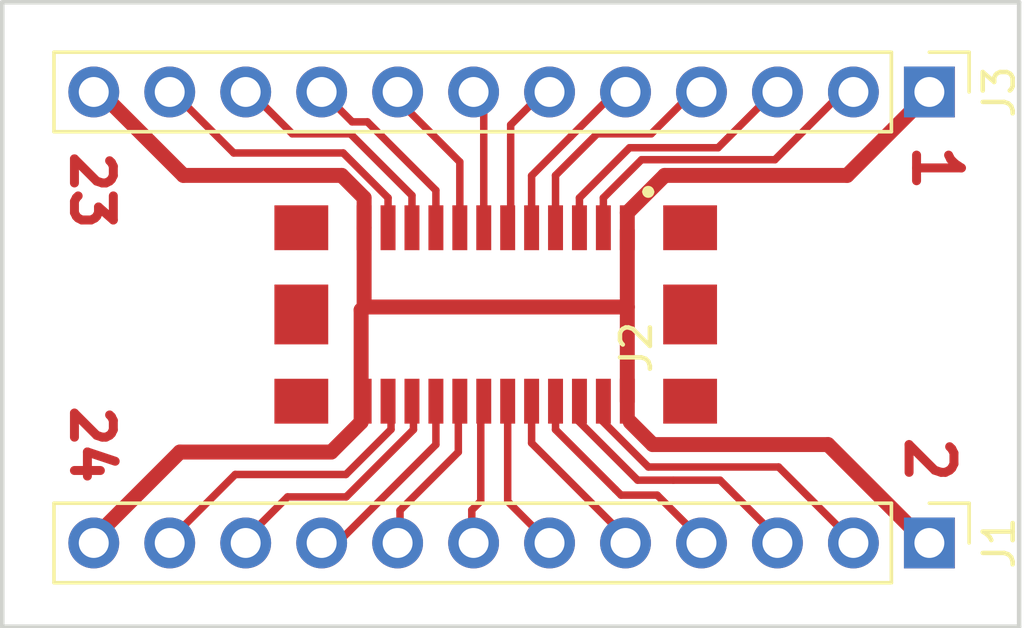
<source format=kicad_pcb>
(kicad_pcb (version 20171130) (host pcbnew 5.1.2+dfsg1-1)

  (general
    (thickness 1.6)
    (drawings 8)
    (tracks 96)
    (zones 0)
    (modules 3)
    (nets 22)
  )

  (page A4)
  (layers
    (0 F.Cu signal)
    (31 B.Cu signal)
    (32 B.Adhes user)
    (33 F.Adhes user)
    (34 B.Paste user)
    (35 F.Paste user)
    (36 B.SilkS user)
    (37 F.SilkS user)
    (38 B.Mask user)
    (39 F.Mask user)
    (40 Dwgs.User user)
    (41 Cmts.User user)
    (42 Eco1.User user)
    (43 Eco2.User user)
    (44 Edge.Cuts user)
    (45 Margin user)
    (46 B.CrtYd user)
    (47 F.CrtYd user)
    (48 B.Fab user)
    (49 F.Fab user)
  )

  (setup
    (last_trace_width 0.25)
    (user_trace_width 0.25)
    (user_trace_width 0.5)
    (trace_clearance 0.15)
    (zone_clearance 0.254)
    (zone_45_only no)
    (trace_min 0.2)
    (via_size 0.7)
    (via_drill 0.4)
    (via_min_size 0.4)
    (via_min_drill 0.3)
    (uvia_size 0.3)
    (uvia_drill 0.1)
    (uvias_allowed no)
    (uvia_min_size 0.2)
    (uvia_min_drill 0.1)
    (edge_width 0.15)
    (segment_width 0.2)
    (pcb_text_width 0.3)
    (pcb_text_size 1.5 1.5)
    (mod_edge_width 0.15)
    (mod_text_size 1 1)
    (mod_text_width 0.15)
    (pad_size 1.7 1.7)
    (pad_drill 1)
    (pad_to_mask_clearance 0.051)
    (solder_mask_min_width 0.25)
    (aux_axis_origin 0 0)
    (visible_elements FFFFFF7F)
    (pcbplotparams
      (layerselection 0x010a8_7fffffff)
      (usegerberextensions false)
      (usegerberattributes false)
      (usegerberadvancedattributes false)
      (creategerberjobfile false)
      (excludeedgelayer true)
      (linewidth 0.100000)
      (plotframeref false)
      (viasonmask false)
      (mode 1)
      (useauxorigin false)
      (hpglpennumber 1)
      (hpglpenspeed 20)
      (hpglpendiameter 15.000000)
      (psnegative false)
      (psa4output false)
      (plotreference true)
      (plotvalue true)
      (plotinvisibletext false)
      (padsonsilk false)
      (subtractmaskfromsilk false)
      (outputformat 1)
      (mirror false)
      (drillshape 0)
      (scaleselection 1)
      (outputdirectory "Gerber/"))
  )

  (net 0 "")
  (net 1 "Net-(J1-Pad4)")
  (net 2 "Net-(J1-Pad3)")
  (net 3 "Net-(J1-Pad2)")
  (net 4 "Net-(J1-Pad7)")
  (net 5 "Net-(J1-Pad10)")
  (net 6 "Net-(J1-Pad11)")
  (net 7 "Net-(J1-Pad9)")
  (net 8 "Net-(J2-Pad3)")
  (net 9 "Net-(J2-Pad5)")
  (net 10 "Net-(J2-Pad7)")
  (net 11 "Net-(J2-Pad9)")
  (net 12 "Net-(J2-Pad11)")
  (net 13 "Net-(J2-Pad13)")
  (net 14 "Net-(J2-Pad15)")
  (net 15 "Net-(J2-Pad17)")
  (net 16 "Net-(J2-Pad19)")
  (net 17 "Net-(J2-Pad21)")
  (net 18 "Net-(J1-Pad5)")
  (net 19 "Net-(J1-Pad6)")
  (net 20 "Net-(J1-Pad8)")
  (net 21 GND)

  (net_class Default "This is the default net class."
    (clearance 0.15)
    (trace_width 0.25)
    (via_dia 0.7)
    (via_drill 0.4)
    (uvia_dia 0.3)
    (uvia_drill 0.1)
    (add_net GND)
    (add_net "Net-(J1-Pad10)")
    (add_net "Net-(J1-Pad11)")
    (add_net "Net-(J1-Pad2)")
    (add_net "Net-(J1-Pad3)")
    (add_net "Net-(J1-Pad4)")
    (add_net "Net-(J1-Pad5)")
    (add_net "Net-(J1-Pad6)")
    (add_net "Net-(J1-Pad7)")
    (add_net "Net-(J1-Pad8)")
    (add_net "Net-(J1-Pad9)")
    (add_net "Net-(J2-Pad11)")
    (add_net "Net-(J2-Pad13)")
    (add_net "Net-(J2-Pad15)")
    (add_net "Net-(J2-Pad17)")
    (add_net "Net-(J2-Pad19)")
    (add_net "Net-(J2-Pad21)")
    (add_net "Net-(J2-Pad3)")
    (add_net "Net-(J2-Pad5)")
    (add_net "Net-(J2-Pad7)")
    (add_net "Net-(J2-Pad9)")
  )

  (net_class Power ""
    (clearance 0.15)
    (trace_width 0.5)
    (via_dia 0.8)
    (via_drill 0.4)
    (uvia_dia 0.3)
    (uvia_drill 0.1)
  )

  (module localstuff:TE-1775014-2 (layer F.Cu) (tedit 5CEEDE0A) (tstamp 5CEF5553)
    (at 16.5 7.9 180)
    (descr "Socket TE 0.8mm 24pin")
    (tags Connector)
    (path /5CC3E238)
    (fp_text reference J2 (at -4.7 -1.1 270) (layer F.SilkS)
      (effects (font (size 1 1) (thickness 0.15)))
    )
    (fp_text value Moat_Bus_wire (at -9.5 0) (layer F.Fab)
      (effects (font (size 1 1) (thickness 0.15)))
    )
    (fp_line (start 7.5 -3.8) (end -7.5 -3.8) (layer F.CrtYd) (width 0.1))
    (fp_line (start 7.5 3.8) (end 7.5 -3.8) (layer F.CrtYd) (width 0.1))
    (fp_line (start -7.5 3.8) (end 7.5 3.8) (layer F.CrtYd) (width 0.1))
    (fp_line (start -7.5 -3.8) (end -7.5 3.8) (layer F.CrtYd) (width 0.1))
    (fp_text user %R (at 0 0) (layer F.Fab)
      (effects (font (size 1 1) (thickness 0.15)))
    )
    (fp_line (start -6.9 -3.15) (end 6.9 -3.15) (layer F.Fab) (width 0.2))
    (fp_line (start 6.9 -3.15) (end 6.9 3.15) (layer F.Fab) (width 0.2))
    (fp_line (start 6.9 3.15) (end -6.9 3.15) (layer F.Fab) (width 0.2))
    (fp_line (start -6.9 3.15) (end -6.9 -3.15) (layer F.Fab) (width 0.2))
    (fp_line (start -5.2 4.1) (end -5.2 4.1) (layer F.SilkS) (width 0.2))
    (fp_line (start -5 4.1) (end -5 4.1) (layer F.SilkS) (width 0.2))
    (fp_arc (start -5.1 4.1) (end -5.2 4.1) (angle -180) (layer F.SilkS) (width 0.2))
    (fp_arc (start -5.1 4.1) (end -5 4.1) (angle -180) (layer F.SilkS) (width 0.2))
    (fp_text user KEEPOUT (at -2.2 0.585 90) (layer Cmts.User)
      (effects (font (size 0.1 0.1) (thickness 0.015)))
    )
    (pad 1 smd rect (at -4.4 2.9 180) (size 0.5 1.5) (layers F.Cu F.Paste)
      (net 21 GND))
    (pad 2 smd rect (at -4.4 -2.9 180) (size 0.5 1.5) (layers F.Cu F.Paste)
      (net 21 GND))
    (pad 3 smd rect (at -3.6 2.9 180) (size 0.5 1.5) (layers F.Cu F.Paste)
      (net 8 "Net-(J2-Pad3)"))
    (pad 4 smd rect (at -3.6 -2.9 180) (size 0.5 1.5) (layers F.Cu F.Paste)
      (net 3 "Net-(J1-Pad2)"))
    (pad 5 smd rect (at -2.8 2.9 180) (size 0.5 1.5) (layers F.Cu F.Paste)
      (net 9 "Net-(J2-Pad5)"))
    (pad 6 smd rect (at -2.8 -2.9 180) (size 0.5 1.5) (layers F.Cu F.Paste)
      (net 2 "Net-(J1-Pad3)"))
    (pad 7 smd rect (at -2 2.9 180) (size 0.5 1.5) (layers F.Cu F.Paste)
      (net 10 "Net-(J2-Pad7)"))
    (pad 8 smd rect (at -2 -2.9 180) (size 0.5 1.5) (layers F.Cu F.Paste)
      (net 1 "Net-(J1-Pad4)"))
    (pad 9 smd rect (at -1.2 2.9 180) (size 0.5 1.5) (layers F.Cu F.Paste)
      (net 11 "Net-(J2-Pad9)"))
    (pad 10 smd rect (at -1.2 -2.9 180) (size 0.5 1.5) (layers F.Cu F.Paste)
      (net 18 "Net-(J1-Pad5)"))
    (pad 11 smd rect (at -0.4 2.9 180) (size 0.5 1.5) (layers F.Cu F.Paste)
      (net 12 "Net-(J2-Pad11)"))
    (pad 12 smd rect (at -0.4 -2.9 180) (size 0.5 1.5) (layers F.Cu F.Paste)
      (net 19 "Net-(J1-Pad6)"))
    (pad 13 smd rect (at 0.4 2.9 180) (size 0.5 1.5) (layers F.Cu F.Paste)
      (net 13 "Net-(J2-Pad13)"))
    (pad 14 smd rect (at 0.4 -2.9 180) (size 0.5 1.5) (layers F.Cu F.Paste)
      (net 4 "Net-(J1-Pad7)"))
    (pad 15 smd rect (at 1.2 2.9 180) (size 0.5 1.5) (layers F.Cu F.Paste)
      (net 14 "Net-(J2-Pad15)"))
    (pad 16 smd rect (at 1.2 -2.9 180) (size 0.5 1.5) (layers F.Cu F.Paste)
      (net 20 "Net-(J1-Pad8)"))
    (pad 17 smd rect (at 2 2.9 180) (size 0.5 1.5) (layers F.Cu F.Paste)
      (net 15 "Net-(J2-Pad17)"))
    (pad 18 smd rect (at 2 -2.9 180) (size 0.5 1.5) (layers F.Cu F.Paste)
      (net 7 "Net-(J1-Pad9)"))
    (pad 19 smd rect (at 2.8 2.9 180) (size 0.5 1.5) (layers F.Cu F.Paste)
      (net 16 "Net-(J2-Pad19)"))
    (pad 20 smd rect (at 2.8 -2.9 180) (size 0.5 1.5) (layers F.Cu F.Paste)
      (net 5 "Net-(J1-Pad10)"))
    (pad 21 smd rect (at 3.6 2.9 180) (size 0.5 1.5) (layers F.Cu F.Paste)
      (net 17 "Net-(J2-Pad21)"))
    (pad 22 smd rect (at 3.6 -2.9 180) (size 0.5 1.5) (layers F.Cu F.Paste)
      (net 6 "Net-(J1-Pad11)"))
    (pad 23 smd rect (at 4.4 2.9 180) (size 0.5 1.5) (layers F.Cu F.Paste)
      (net 21 GND))
    (pad 24 smd rect (at 4.4 -2.9 180) (size 0.5 1.5) (layers F.Cu F.Paste)
      (net 21 GND))
    (pad MNT smd rect (at -6.5 2.9 270) (size 1.5 1.8) (layers F.Cu F.Paste))
    (pad MNT smd rect (at -6.5 -2.9 270) (size 1.5 1.8) (layers F.Cu F.Paste))
    (pad MNT smd rect (at 6.5 2.9 270) (size 1.5 1.8) (layers F.Cu F.Paste))
    (pad MNT smd rect (at 6.5 -2.9 270) (size 1.5 1.8) (layers F.Cu F.Paste))
    (pad MNT smd rect (at -6.5 0 180) (size 1.8 2) (layers F.Cu F.Paste))
    (pad MNT smd rect (at 6.5 0 180) (size 1.8 2) (layers F.Cu F.Paste))
    (pad 31 np_thru_hole circle (at -6.4 1.7 180) (size 0.85 0) (drill 0.85) (layers *.Cu *.Mask))
    (pad 32 np_thru_hole circle (at 6.4 1.7 180) (size 0.85 0) (drill 0.85) (layers *.Cu *.Mask))
    (model 1775014-2.stp
      (at (xyz 0 0 0))
      (scale (xyz 1 1 1))
      (rotate (xyz 0 0 0))
    )
  )

  (module Connector_PinHeader_2.54mm:PinHeader_1x12_P2.54mm_Vertical (layer F.Cu) (tedit 59FED5CC) (tstamp 5CEF594C)
    (at 31 0.46 270)
    (descr "Through hole straight pin header, 1x12, 2.54mm pitch, single row")
    (tags "Through hole pin header THT 1x12 2.54mm single row")
    (path /5CE8028E)
    (fp_text reference J3 (at 0 -2.33 90) (layer F.SilkS)
      (effects (font (size 1 1) (thickness 0.15)))
    )
    (fp_text value Conn_01x12 (at 0 30.27 90) (layer F.Fab) hide
      (effects (font (size 1 1) (thickness 0.15)))
    )
    (fp_text user %R (at 0 13.97) (layer F.Fab)
      (effects (font (size 1 1) (thickness 0.15)))
    )
    (fp_line (start 1.8 -1.8) (end -1.8 -1.8) (layer F.CrtYd) (width 0.05))
    (fp_line (start 1.8 29.75) (end 1.8 -1.8) (layer F.CrtYd) (width 0.05))
    (fp_line (start -1.8 29.75) (end 1.8 29.75) (layer F.CrtYd) (width 0.05))
    (fp_line (start -1.8 -1.8) (end -1.8 29.75) (layer F.CrtYd) (width 0.05))
    (fp_line (start -1.33 -1.33) (end 0 -1.33) (layer F.SilkS) (width 0.12))
    (fp_line (start -1.33 0) (end -1.33 -1.33) (layer F.SilkS) (width 0.12))
    (fp_line (start -1.33 1.27) (end 1.33 1.27) (layer F.SilkS) (width 0.12))
    (fp_line (start 1.33 1.27) (end 1.33 29.27) (layer F.SilkS) (width 0.12))
    (fp_line (start -1.33 1.27) (end -1.33 29.27) (layer F.SilkS) (width 0.12))
    (fp_line (start -1.33 29.27) (end 1.33 29.27) (layer F.SilkS) (width 0.12))
    (fp_line (start -1.27 -0.635) (end -0.635 -1.27) (layer F.Fab) (width 0.1))
    (fp_line (start -1.27 29.21) (end -1.27 -0.635) (layer F.Fab) (width 0.1))
    (fp_line (start 1.27 29.21) (end -1.27 29.21) (layer F.Fab) (width 0.1))
    (fp_line (start 1.27 -1.27) (end 1.27 29.21) (layer F.Fab) (width 0.1))
    (fp_line (start -0.635 -1.27) (end 1.27 -1.27) (layer F.Fab) (width 0.1))
    (pad 12 thru_hole oval (at 0 27.94 270) (size 1.7 1.7) (drill 1) (layers *.Cu *.Mask)
      (net 21 GND))
    (pad 11 thru_hole oval (at 0 25.4 270) (size 1.7 1.7) (drill 1) (layers *.Cu *.Mask)
      (net 17 "Net-(J2-Pad21)"))
    (pad 10 thru_hole oval (at 0 22.86 270) (size 1.7 1.7) (drill 1) (layers *.Cu *.Mask)
      (net 16 "Net-(J2-Pad19)"))
    (pad 9 thru_hole oval (at 0 20.32 270) (size 1.7 1.7) (drill 1) (layers *.Cu *.Mask)
      (net 15 "Net-(J2-Pad17)"))
    (pad 8 thru_hole oval (at 0 17.78 270) (size 1.7 1.7) (drill 1) (layers *.Cu *.Mask)
      (net 14 "Net-(J2-Pad15)"))
    (pad 7 thru_hole oval (at 0 15.24 270) (size 1.7 1.7) (drill 1) (layers *.Cu *.Mask)
      (net 13 "Net-(J2-Pad13)"))
    (pad 6 thru_hole oval (at 0 12.7 270) (size 1.7 1.7) (drill 1) (layers *.Cu *.Mask)
      (net 12 "Net-(J2-Pad11)"))
    (pad 5 thru_hole oval (at 0 10.16 270) (size 1.7 1.7) (drill 1) (layers *.Cu *.Mask)
      (net 11 "Net-(J2-Pad9)"))
    (pad 4 thru_hole oval (at 0 7.62 270) (size 1.7 1.7) (drill 1) (layers *.Cu *.Mask)
      (net 10 "Net-(J2-Pad7)"))
    (pad 3 thru_hole oval (at 0 5.08 270) (size 1.7 1.7) (drill 1) (layers *.Cu *.Mask)
      (net 9 "Net-(J2-Pad5)"))
    (pad 2 thru_hole oval (at 0 2.54 270) (size 1.7 1.7) (drill 1) (layers *.Cu *.Mask)
      (net 8 "Net-(J2-Pad3)"))
    (pad 1 thru_hole rect (at 0 0 270) (size 1.7 1.7) (drill 1) (layers *.Cu *.Mask)
      (net 21 GND))
    (model ${KISYS3DMOD}/Connector_PinHeader_2.54mm.3dshapes/PinHeader_1x12_P2.54mm_Vertical.wrl
      (at (xyz 0 0 0))
      (scale (xyz 1 1 1))
      (rotate (xyz 0 0 0))
    )
  )

  (module Connector_PinHeader_2.54mm:PinHeader_1x12_P2.54mm_Vertical (layer F.Cu) (tedit 59FED5CC) (tstamp 5CEF5AE1)
    (at 31 15.54 270)
    (descr "Through hole straight pin header, 1x12, 2.54mm pitch, single row")
    (tags "Through hole pin header THT 1x12 2.54mm single row")
    (path /5CE7EFE1)
    (fp_text reference J1 (at 0 -2.33 90) (layer F.SilkS)
      (effects (font (size 1 1) (thickness 0.15)))
    )
    (fp_text value Conn_01x12 (at -1.94 28.7 90) (layer F.Fab) hide
      (effects (font (size 1 1) (thickness 0.15)))
    )
    (fp_text user %R (at 0 13.97) (layer F.Fab)
      (effects (font (size 1 1) (thickness 0.15)))
    )
    (fp_line (start 1.8 -1.8) (end -1.8 -1.8) (layer F.CrtYd) (width 0.05))
    (fp_line (start 1.8 29.75) (end 1.8 -1.8) (layer F.CrtYd) (width 0.05))
    (fp_line (start -1.8 29.75) (end 1.8 29.75) (layer F.CrtYd) (width 0.05))
    (fp_line (start -1.8 -1.8) (end -1.8 29.75) (layer F.CrtYd) (width 0.05))
    (fp_line (start -1.33 -1.33) (end 0 -1.33) (layer F.SilkS) (width 0.12))
    (fp_line (start -1.33 0) (end -1.33 -1.33) (layer F.SilkS) (width 0.12))
    (fp_line (start -1.33 1.27) (end 1.33 1.27) (layer F.SilkS) (width 0.12))
    (fp_line (start 1.33 1.27) (end 1.33 29.27) (layer F.SilkS) (width 0.12))
    (fp_line (start -1.33 1.27) (end -1.33 29.27) (layer F.SilkS) (width 0.12))
    (fp_line (start -1.33 29.27) (end 1.33 29.27) (layer F.SilkS) (width 0.12))
    (fp_line (start -1.27 -0.635) (end -0.635 -1.27) (layer F.Fab) (width 0.1))
    (fp_line (start -1.27 29.21) (end -1.27 -0.635) (layer F.Fab) (width 0.1))
    (fp_line (start 1.27 29.21) (end -1.27 29.21) (layer F.Fab) (width 0.1))
    (fp_line (start 1.27 -1.27) (end 1.27 29.21) (layer F.Fab) (width 0.1))
    (fp_line (start -0.635 -1.27) (end 1.27 -1.27) (layer F.Fab) (width 0.1))
    (pad 12 thru_hole oval (at 0 27.94 270) (size 1.7 1.7) (drill 1) (layers *.Cu *.Mask)
      (net 21 GND))
    (pad 11 thru_hole oval (at 0 25.4 270) (size 1.7 1.7) (drill 1) (layers *.Cu *.Mask)
      (net 6 "Net-(J1-Pad11)"))
    (pad 10 thru_hole oval (at 0 22.86 270) (size 1.7 1.7) (drill 1) (layers *.Cu *.Mask)
      (net 5 "Net-(J1-Pad10)"))
    (pad 9 thru_hole oval (at 0 20.32 270) (size 1.7 1.7) (drill 1) (layers *.Cu *.Mask)
      (net 7 "Net-(J1-Pad9)"))
    (pad 8 thru_hole oval (at 0 17.78 270) (size 1.7 1.7) (drill 1) (layers *.Cu *.Mask)
      (net 20 "Net-(J1-Pad8)"))
    (pad 7 thru_hole oval (at 0 15.24 270) (size 1.7 1.7) (drill 1) (layers *.Cu *.Mask)
      (net 4 "Net-(J1-Pad7)"))
    (pad 6 thru_hole oval (at 0 12.7 270) (size 1.7 1.7) (drill 1) (layers *.Cu *.Mask)
      (net 19 "Net-(J1-Pad6)"))
    (pad 5 thru_hole oval (at 0 10.16 270) (size 1.7 1.7) (drill 1) (layers *.Cu *.Mask)
      (net 18 "Net-(J1-Pad5)"))
    (pad 4 thru_hole oval (at 0 7.62 270) (size 1.7 1.7) (drill 1) (layers *.Cu *.Mask)
      (net 1 "Net-(J1-Pad4)"))
    (pad 3 thru_hole oval (at 0 5.08 270) (size 1.7 1.7) (drill 1) (layers *.Cu *.Mask)
      (net 2 "Net-(J1-Pad3)"))
    (pad 2 thru_hole oval (at 0 2.54 270) (size 1.7 1.7) (drill 1) (layers *.Cu *.Mask)
      (net 3 "Net-(J1-Pad2)"))
    (pad 1 thru_hole rect (at 0 0 270) (size 1.7 1.7) (drill 1) (layers *.Cu *.Mask)
      (net 21 GND))
    (model ${KISYS3DMOD}/Connector_PinHeader_2.54mm.3dshapes/PinHeader_1x12_P2.54mm_Vertical.wrl
      (at (xyz 0 0 0))
      (scale (xyz 1 1 1))
      (rotate (xyz 0 0 0))
    )
  )

  (gr_line (start 34 -2.54) (end 0 -2.54) (layer Edge.Cuts) (width 0.15) (tstamp 5CE70063))
  (gr_line (start 34 18.34) (end 34 -2.54) (layer Edge.Cuts) (width 0.15))
  (gr_line (start 0 18.34) (end 34 18.34) (layer Edge.Cuts) (width 0.15))
  (gr_line (start 0 -2.54) (end 0 18.34) (layer Edge.Cuts) (width 0.15) (tstamp 5CE706CE))
  (gr_text "23\n" (at 3 3.75 270) (layer F.Cu) (tstamp 5CE70BD9)
    (effects (font (size 1.3 1.3) (thickness 0.3)))
  )
  (gr_text 24 (at 3 12.25 270) (layer F.Cu) (tstamp 5CE70629)
    (effects (font (size 1.3 1.3) (thickness 0.3)))
  )
  (gr_text 2 (at 31 12.75 270) (layer F.Cu) (tstamp 5CE70626)
    (effects (font (size 1.5 1.5) (thickness 0.3)))
  )
  (gr_text 1 (at 31.25 3 270) (layer F.Cu) (tstamp 5CE70BE3)
    (effects (font (size 1.5 1.5) (thickness 0.3)))
  )

  (segment (start 21.9 13.94) (end 23.3 15.34) (width 0.25) (layer F.Cu) (net 1))
  (segment (start 20.5 13.75) (end 20.69 13.94) (width 0.25) (layer F.Cu) (net 1))
  (segment (start 20.69 13.94) (end 21.9 13.94) (width 0.25) (layer F.Cu) (net 1))
  (segment (start 20.5 13.75) (end 18.5 11.75) (width 0.25) (layer F.Cu) (net 1))
  (segment (start 18.5 11.75) (end 18.5 11) (width 0.25) (layer F.Cu) (net 1))
  (segment (start 24 13.44) (end 26 15.44) (width 0.25) (layer F.Cu) (net 2))
  (segment (start 22.44 13.44) (end 24 13.44) (width 0.25) (layer F.Cu) (net 2))
  (segment (start 21.244998 13.44) (end 19.25 11.445002) (width 0.25) (layer F.Cu) (net 2))
  (segment (start 22.44 13.44) (end 21.244998 13.44) (width 0.25) (layer F.Cu) (net 2))
  (segment (start 19.25 11.445002) (end 19.25 11) (width 0.25) (layer F.Cu) (net 2))
  (segment (start 21.604998 13) (end 25.96 13) (width 0.25) (layer F.Cu) (net 3))
  (segment (start 20 11) (end 20 11.395002) (width 0.25) (layer F.Cu) (net 3))
  (segment (start 25.96 13) (end 28.4 15.44) (width 0.25) (layer F.Cu) (net 3))
  (segment (start 20 11.395002) (end 21.604998 13) (width 0.25) (layer F.Cu) (net 3))
  (segment (start 15.7 14.44) (end 15.7 15.44) (width 0.25) (layer F.Cu) (net 4) (tstamp 5CE7061A))
  (segment (start 15.7 14.44) (end 16 14.14) (width 0.25) (layer F.Cu) (net 4))
  (segment (start 16 14.14) (end 16 11) (width 0.25) (layer F.Cu) (net 4))
  (segment (start 11.5 14) (end 13.75 11.75) (width 0.25) (layer F.Cu) (net 5))
  (segment (start 13.75 11.75) (end 13.75 11) (width 0.25) (layer F.Cu) (net 5))
  (segment (start 8.1 15.44) (end 9.54 14) (width 0.25) (layer F.Cu) (net 5))
  (segment (start 9.54 14) (end 11.5 14) (width 0.25) (layer F.Cu) (net 5))
  (segment (start 7.79 13.25) (end 5.5 15.54) (width 0.25) (layer F.Cu) (net 6))
  (segment (start 11.492477 13.25) (end 7.79 13.25) (width 0.25) (layer F.Cu) (net 6))
  (segment (start 13 11) (end 13 11.742477) (width 0.25) (layer F.Cu) (net 6))
  (segment (start 13 11.742477) (end 11.492477 13.25) (width 0.25) (layer F.Cu) (net 6))
  (segment (start 14.5 10.75) (end 14.5 12.25) (width 0.25) (layer F.Cu) (net 7))
  (segment (start 11.31 15.44) (end 10.9 15.44) (width 0.25) (layer F.Cu) (net 7))
  (segment (start 14.5 12.25) (end 11.31 15.44) (width 0.25) (layer F.Cu) (net 7))
  (segment (start 21.375011 2.724989) (end 25.835011 2.724989) (width 0.25) (layer F.Cu) (net 8))
  (segment (start 20.1 4) (end 21.375011 2.724989) (width 0.25) (layer F.Cu) (net 8))
  (segment (start 25.835011 2.724989) (end 28.4 0.16) (width 0.25) (layer F.Cu) (net 8))
  (segment (start 20.1 5) (end 20.1 4) (width 0.25) (layer F.Cu) (net 8))
  (segment (start 19.3 5) (end 19.3 4) (width 0.25) (layer F.Cu) (net 9))
  (segment (start 19.3 4) (end 20.975022 2.324978) (width 0.25) (layer F.Cu) (net 9))
  (segment (start 20.975022 2.324978) (end 23.935022 2.324978) (width 0.25) (layer F.Cu) (net 9))
  (segment (start 23.935022 2.324978) (end 25.9 0.36) (width 0.25) (layer F.Cu) (net 9))
  (segment (start 21.7 1.86) (end 23.2 0.36) (width 0.25) (layer F.Cu) (net 10))
  (segment (start 19.89 1.86) (end 21.7 1.86) (width 0.25) (layer F.Cu) (net 10))
  (segment (start 18.5 5) (end 18.5 3.25) (width 0.25) (layer F.Cu) (net 10))
  (segment (start 18.5 3.25) (end 19.89 1.86) (width 0.25) (layer F.Cu) (net 10))
  (segment (start 19 1.96) (end 20.7 0.26) (width 0.25) (layer F.Cu) (net 11))
  (segment (start 17.7 5) (end 17.7 3.26) (width 0.25) (layer F.Cu) (net 11))
  (segment (start 17.7 3.26) (end 19 1.96) (width 0.25) (layer F.Cu) (net 11))
  (segment (start 17 1.56) (end 18.3 0.26) (width 0.25) (layer F.Cu) (net 12))
  (segment (start 17 4.75) (end 17 1.56) (width 0.25) (layer F.Cu) (net 12))
  (segment (start 16.3 0.86) (end 15.7 0.26) (width 0.25) (layer F.Cu) (net 13))
  (segment (start 16.1 5) (end 16.1 0.6) (width 0.25) (layer F.Cu) (net 13))
  (segment (start 16.1 0.6) (end 15.75 0.25) (width 0.25) (layer F.Cu) (net 13))
  (segment (start 13.5 1) (end 13.5 0.36) (width 0.25) (layer F.Cu) (net 14))
  (segment (start 13.5 0.36) (end 13.3 0.36) (width 0.25) (layer F.Cu) (net 14))
  (segment (start 15.3 5) (end 15.3 2.8) (width 0.25) (layer F.Cu) (net 14))
  (segment (start 15.3 2.8) (end 13.5 1) (width 0.25) (layer F.Cu) (net 14))
  (segment (start 10.4 0.16) (end 11.7 1.46) (width 0.25) (layer F.Cu) (net 15))
  (segment (start 14.5 3.75) (end 14.5 4.75) (width 0.25) (layer F.Cu) (net 15))
  (segment (start 12.21 1.46) (end 14.5 3.75) (width 0.25) (layer F.Cu) (net 15))
  (segment (start 11.7 1.46) (end 12.21 1.46) (width 0.25) (layer F.Cu) (net 15))
  (segment (start 9.7 1.86) (end 8.2 0.36) (width 0.25) (layer F.Cu) (net 16))
  (segment (start 11.64 1.86) (end 9.7 1.86) (width 0.25) (layer F.Cu) (net 16))
  (segment (start 13.7 3.92) (end 11.64 1.86) (width 0.25) (layer F.Cu) (net 16))
  (segment (start 13.7 5) (end 13.7 3.92) (width 0.25) (layer F.Cu) (net 16))
  (segment (start 7.74 2.5) (end 5.6 0.36) (width 0.25) (layer F.Cu) (net 17))
  (segment (start 12.9 5) (end 12.9 4) (width 0.25) (layer F.Cu) (net 17))
  (segment (start 11.4 2.5) (end 7.74 2.5) (width 0.25) (layer F.Cu) (net 17))
  (segment (start 12.9 4) (end 11.4 2.5) (width 0.25) (layer F.Cu) (net 17))
  (segment (start 20.6 15.1) (end 20.6 15.34) (width 0.25) (layer F.Cu) (net 18))
  (segment (start 17.7 10.8) (end 17.7 12.2) (width 0.25) (layer F.Cu) (net 18))
  (segment (start 17.7 12.2) (end 20.6 15.1) (width 0.25) (layer F.Cu) (net 18))
  (segment (start 18.1 14.84) (end 18.1 15.44) (width 0.25) (layer F.Cu) (net 19) (tstamp 5CE705E7))
  (segment (start 16.9 10.8) (end 16.9 14.15) (width 0.25) (layer F.Cu) (net 19))
  (segment (start 16.9 14.15) (end 18.25 15.5) (width 0.25) (layer F.Cu) (net 19))
  (segment (start 15.25 12.5) (end 15.25 11.25) (width 0.25) (layer F.Cu) (net 20))
  (segment (start 13.3 15.24) (end 13.3 14.45) (width 0.25) (layer F.Cu) (net 20))
  (segment (start 13.3 14.45) (end 15.25 12.5) (width 0.25) (layer F.Cu) (net 20))
  (segment (start 3.2 15.24) (end 3.2 15.54) (width 0.25) (layer F.Cu) (net 21))
  (segment (start 21 11.5) (end 21 11) (width 0.25) (layer F.Cu) (net 21))
  (segment (start 21.75 12.25) (end 21 11.5) (width 0.5) (layer F.Cu) (net 21))
  (segment (start 30.8 15.44) (end 27.61 12.25) (width 0.5) (layer F.Cu) (net 21))
  (segment (start 27.61 12.25) (end 21.75 12.25) (width 0.5) (layer F.Cu) (net 21))
  (segment (start 20.9 5) (end 20.9 4.5) (width 0.25) (layer F.Cu) (net 21))
  (segment (start 3.167499 0.36) (end 3 0.36) (width 0.25) (layer F.Cu) (net 21))
  (segment (start 20.9 7.65) (end 12.1 7.65) (width 0.5) (layer F.Cu) (net 21))
  (segment (start 20.9 7.65) (end 20.9 5.1) (width 0.5) (layer F.Cu) (net 21))
  (segment (start 20.9 10.8) (end 20.9 7.65) (width 0.5) (layer F.Cu) (net 21))
  (segment (start 12.1 5) (end 12.1 7.65) (width 0.5) (layer F.Cu) (net 21))
  (segment (start 20.9 4.5) (end 22.15 3.25) (width 0.5) (layer F.Cu) (net 21))
  (segment (start 28.25 3.25) (end 31 0.5) (width 0.5) (layer F.Cu) (net 21))
  (segment (start 22.15 3.25) (end 28.25 3.25) (width 0.5) (layer F.Cu) (net 21))
  (segment (start 5.94 12.5) (end 3.2 15.24) (width 0.5) (layer F.Cu) (net 21))
  (segment (start 11 12.5) (end 5.94 12.5) (width 0.5) (layer F.Cu) (net 21))
  (segment (start 12 11.5) (end 11 12.5) (width 0.5) (layer F.Cu) (net 21))
  (segment (start 12.1 7.65) (end 12 7.75) (width 0.5) (layer F.Cu) (net 21))
  (segment (start 12 7.75) (end 12 11.5) (width 0.5) (layer F.Cu) (net 21))
  (segment (start 6.057499 3.25) (end 3.167499 0.36) (width 0.5) (layer F.Cu) (net 21))
  (segment (start 11.35 3.25) (end 6.057499 3.25) (width 0.5) (layer F.Cu) (net 21))
  (segment (start 12.1 5) (end 12.1 4) (width 0.5) (layer F.Cu) (net 21))
  (segment (start 12.1 4) (end 11.35 3.25) (width 0.5) (layer F.Cu) (net 21))

)

</source>
